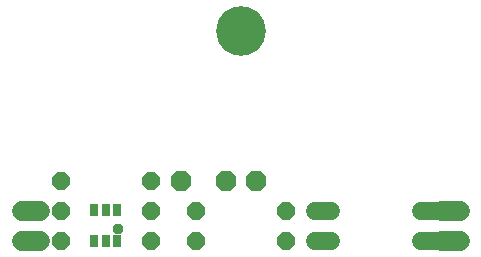
<source format=gbr>
G04 EAGLE Gerber RS-274X export*
G75*
%MOMM*%
%FSLAX34Y34*%
%LPD*%
%INSoldermask Top*%
%IPPOS*%
%AMOC8*
5,1,8,0,0,1.08239X$1,22.5*%
G01*
%ADD10C,4.203200*%
%ADD11P,1.649562X8X292.500000*%
%ADD12P,1.649562X8X112.500000*%
%ADD13C,1.727200*%
%ADD14P,1.869504X8X22.500000*%
%ADD15C,1.524000*%
%ADD16P,1.649562X8X22.500000*%
%ADD17R,0.713200X1.003200*%
%ADD18C,0.959600*%


D10*
X203200Y203200D03*
D11*
X50800Y50800D03*
X50800Y25400D03*
D12*
X127000Y25400D03*
X127000Y50800D03*
D13*
X33020Y50800D02*
X17780Y50800D01*
X17780Y25400D02*
X33020Y25400D01*
D14*
X215900Y76200D03*
X190500Y76200D03*
D15*
X266192Y50800D02*
X279400Y50800D01*
X279400Y25400D02*
X266192Y25400D01*
X355600Y25400D02*
X368808Y25400D01*
X368808Y50800D02*
X355600Y50800D01*
D13*
X373380Y50800D02*
X388620Y50800D01*
X388620Y25400D02*
X373380Y25400D01*
D14*
X152400Y76200D03*
D16*
X165100Y50800D03*
X241300Y50800D03*
X50800Y76200D03*
X127000Y76200D03*
X165100Y25400D03*
X241300Y25400D03*
D17*
X98400Y51100D03*
X88900Y51100D03*
X79400Y51100D03*
X79400Y25100D03*
X88900Y25100D03*
X98400Y25100D03*
D18*
X99060Y35560D03*
M02*

</source>
